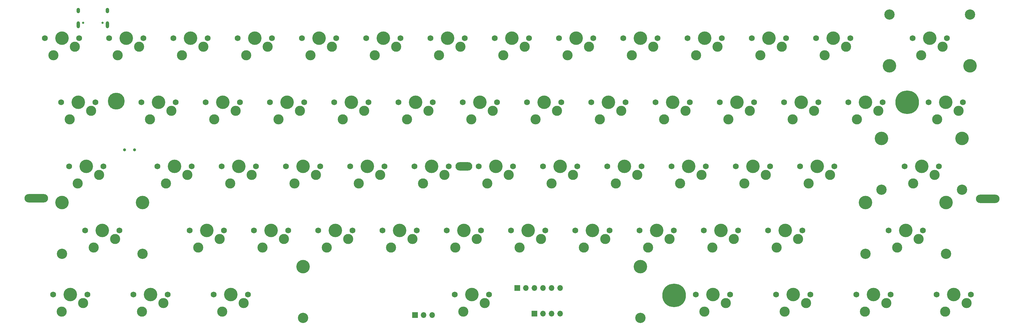
<source format=gts>
%TF.GenerationSoftware,KiCad,Pcbnew,(6.0.7)*%
%TF.CreationDate,2022-09-11T22:15:23-05:00*%
%TF.ProjectId,PyKey60,50794b65-7936-4302-9e6b-696361645f70,1.1*%
%TF.SameCoordinates,Original*%
%TF.FileFunction,Soldermask,Top*%
%TF.FilePolarity,Negative*%
%FSLAX46Y46*%
G04 Gerber Fmt 4.6, Leading zero omitted, Abs format (unit mm)*
G04 Created by KiCad (PCBNEW (6.0.7)) date 2022-09-11 22:15:23*
%MOMM*%
%LPD*%
G01*
G04 APERTURE LIST*
%ADD10C,4.000000*%
%ADD11C,1.750000*%
%ADD12C,3.000000*%
%ADD13C,3.050000*%
%ADD14C,7.000240*%
%ADD15O,7.000240X2.499360*%
%ADD16O,5.000000X2.500000*%
%ADD17C,5.001260*%
%ADD18C,0.650000*%
%ADD19O,1.000000X1.600000*%
%ADD20O,1.000000X2.100000*%
%ADD21C,0.900000*%
%ADD22R,1.700000X1.700000*%
%ADD23O,1.700000X1.700000*%
G04 APERTURE END LIST*
D10*
%TO.C,U1*%
X71437500Y-73820000D03*
D11*
X66357500Y-73820000D03*
D12*
X68897500Y-78900000D03*
X75247500Y-76360000D03*
D11*
X76517500Y-73820000D03*
%TD*%
D12*
%TO.C,U2*%
X87947500Y-78900000D03*
D11*
X85407500Y-73820000D03*
D10*
X90487500Y-73820000D03*
D12*
X94297500Y-76360000D03*
D11*
X95567500Y-73820000D03*
%TD*%
%TO.C,U3*%
X114618000Y-73820000D03*
D12*
X113348000Y-76360000D03*
X106998000Y-78900000D03*
D11*
X104458000Y-73820000D03*
D10*
X109538000Y-73820000D03*
%TD*%
D11*
%TO.C,U4*%
X133668000Y-73820000D03*
D12*
X126048000Y-78900000D03*
D10*
X128588000Y-73820000D03*
D12*
X132398000Y-76360000D03*
D11*
X123508000Y-73820000D03*
%TD*%
D10*
%TO.C,U5*%
X147638000Y-73820000D03*
D12*
X151448000Y-76360000D03*
D11*
X142558000Y-73820000D03*
X152718000Y-73820000D03*
D12*
X145098000Y-78900000D03*
%TD*%
D11*
%TO.C,U6*%
X161608000Y-73820000D03*
D12*
X170498000Y-76360000D03*
D11*
X171768000Y-73820000D03*
D12*
X164148000Y-78900000D03*
D10*
X166688000Y-73820000D03*
%TD*%
D12*
%TO.C,U7*%
X189548000Y-76360000D03*
D10*
X185738000Y-73820000D03*
D11*
X190818000Y-73820000D03*
X180658000Y-73820000D03*
D12*
X183198000Y-78900000D03*
%TD*%
D11*
%TO.C,U8*%
X199708000Y-73820000D03*
D12*
X208598000Y-76360000D03*
D11*
X209868000Y-73820000D03*
D12*
X202248000Y-78900000D03*
D10*
X204788000Y-73820000D03*
%TD*%
%TO.C,U9*%
X223838000Y-73820000D03*
D11*
X228918000Y-73820000D03*
D12*
X227648000Y-76360000D03*
X221298000Y-78900000D03*
D11*
X218758000Y-73820000D03*
%TD*%
D12*
%TO.C,U10*%
X240348000Y-78900000D03*
X246698000Y-76360000D03*
D11*
X247968000Y-73820000D03*
D10*
X242888000Y-73820000D03*
D11*
X237808000Y-73820000D03*
%TD*%
%TO.C,U11*%
X256858000Y-73820000D03*
D12*
X259398000Y-78900000D03*
D11*
X267018000Y-73820000D03*
D10*
X261938000Y-73820000D03*
D12*
X265748000Y-76360000D03*
%TD*%
D11*
%TO.C,U12*%
X275908000Y-73820000D03*
D12*
X278448000Y-78900000D03*
D11*
X286068000Y-73820000D03*
D10*
X280988000Y-73820000D03*
D12*
X284798000Y-76360000D03*
%TD*%
D11*
%TO.C,U13*%
X294958000Y-73820000D03*
X305118000Y-73820000D03*
D10*
X300038000Y-73820000D03*
D12*
X303848000Y-76360000D03*
X297498000Y-78900000D03*
%TD*%
D13*
%TO.C,U14*%
X340551000Y-66820000D03*
D10*
X328613000Y-73820000D03*
X340551000Y-82060000D03*
D11*
X323533000Y-73820000D03*
D12*
X332423000Y-76360000D03*
D13*
X316675000Y-66820000D03*
D12*
X326073000Y-78900000D03*
D10*
X316675000Y-82060000D03*
D11*
X333693000Y-73820000D03*
%TD*%
D12*
%TO.C,U15*%
X73660000Y-97950000D03*
X80010000Y-95410000D03*
D10*
X76200000Y-92870000D03*
D11*
X81280000Y-92870000D03*
X71120000Y-92870000D03*
%TD*%
%TO.C,U16*%
X105092000Y-92870000D03*
D12*
X103822000Y-95410000D03*
D11*
X94932000Y-92870000D03*
D10*
X100012000Y-92870000D03*
D12*
X97472000Y-97950000D03*
%TD*%
D11*
%TO.C,U17*%
X113982000Y-92870000D03*
D12*
X122872000Y-95410000D03*
D11*
X124142000Y-92870000D03*
D12*
X116522000Y-97950000D03*
D10*
X119062000Y-92870000D03*
%TD*%
%TO.C,U18*%
X138112000Y-92870000D03*
D11*
X143192000Y-92870000D03*
D12*
X141922000Y-95410000D03*
D11*
X133032000Y-92870000D03*
D12*
X135572000Y-97950000D03*
%TD*%
D11*
%TO.C,U19*%
X162242000Y-92870000D03*
D12*
X154622000Y-97950000D03*
X160972000Y-95410000D03*
D10*
X157162000Y-92870000D03*
D11*
X152082000Y-92870000D03*
%TD*%
D12*
%TO.C,U21*%
X199072000Y-95410000D03*
D10*
X195262000Y-92870000D03*
D11*
X200342000Y-92870000D03*
D12*
X192722000Y-97950000D03*
D11*
X190182000Y-92870000D03*
%TD*%
%TO.C,U22*%
X219392000Y-92870000D03*
D12*
X218122000Y-95410000D03*
D10*
X214312000Y-92870000D03*
D12*
X211772000Y-97950000D03*
D11*
X209232000Y-92870000D03*
%TD*%
D10*
%TO.C,U23*%
X233362000Y-92870000D03*
D11*
X228282000Y-92870000D03*
D12*
X237172000Y-95410000D03*
D11*
X238442000Y-92870000D03*
D12*
X230822000Y-97950000D03*
%TD*%
D10*
%TO.C,U25*%
X271462000Y-92870000D03*
D12*
X275272000Y-95410000D03*
X268922000Y-97950000D03*
D11*
X266382000Y-92870000D03*
X276542000Y-92870000D03*
%TD*%
D10*
%TO.C,U26*%
X290512000Y-92870000D03*
D12*
X294322000Y-95410000D03*
D11*
X295592000Y-92870000D03*
X285432000Y-92870000D03*
D12*
X287972000Y-97950000D03*
%TD*%
%TO.C,U27*%
X313372000Y-95410000D03*
D11*
X304482000Y-92870000D03*
D10*
X309562000Y-92870000D03*
D11*
X314642000Y-92870000D03*
D12*
X307022000Y-97950000D03*
%TD*%
%TO.C,U28*%
X330835000Y-97950000D03*
D11*
X328295000Y-92870000D03*
D10*
X333375000Y-92870000D03*
D12*
X337185000Y-95410000D03*
D11*
X338455000Y-92870000D03*
%TD*%
D12*
%TO.C,U29*%
X76042500Y-117000000D03*
D11*
X83662500Y-111920000D03*
X73502500Y-111920000D03*
D12*
X82392500Y-114460000D03*
D10*
X78582500Y-111920000D03*
%TD*%
%TO.C,U30*%
X104775000Y-111920000D03*
D11*
X109855000Y-111920000D03*
X99695000Y-111920000D03*
D12*
X102235000Y-117000000D03*
X108585000Y-114460000D03*
%TD*%
D11*
%TO.C,U31*%
X118745000Y-111920000D03*
D12*
X127635000Y-114460000D03*
X121285000Y-117000000D03*
D10*
X123825000Y-111920000D03*
D11*
X128905000Y-111920000D03*
%TD*%
D12*
%TO.C,U32*%
X140335000Y-117000000D03*
X146685000Y-114460000D03*
D10*
X142875000Y-111920000D03*
D11*
X147955000Y-111920000D03*
X137795000Y-111920000D03*
%TD*%
%TO.C,U33*%
X156845000Y-111920000D03*
D12*
X159385000Y-117000000D03*
D11*
X167005000Y-111920000D03*
D10*
X161925000Y-111920000D03*
D12*
X165735000Y-114460000D03*
%TD*%
D11*
%TO.C,U34*%
X175895000Y-111920000D03*
X186055000Y-111920000D03*
D12*
X184785000Y-114460000D03*
X178435000Y-117000000D03*
D10*
X180975000Y-111920000D03*
%TD*%
D12*
%TO.C,U35*%
X203835000Y-114460000D03*
D11*
X194945000Y-111920000D03*
D12*
X197485000Y-117000000D03*
D11*
X205105000Y-111920000D03*
D10*
X200025000Y-111920000D03*
%TD*%
D11*
%TO.C,U36*%
X224155000Y-111920000D03*
D12*
X216535000Y-117000000D03*
D11*
X213995000Y-111920000D03*
D10*
X219075000Y-111920000D03*
D12*
X222885000Y-114460000D03*
%TD*%
D11*
%TO.C,U37*%
X233045000Y-111920000D03*
D10*
X238125000Y-111920000D03*
D11*
X243205000Y-111920000D03*
D12*
X235585000Y-117000000D03*
X241935000Y-114460000D03*
%TD*%
%TO.C,U38*%
X254635000Y-117000000D03*
D10*
X257175000Y-111920000D03*
D11*
X262255000Y-111920000D03*
D12*
X260985000Y-114460000D03*
D11*
X252095000Y-111920000D03*
%TD*%
%TO.C,U39*%
X271145000Y-111920000D03*
X281305000Y-111920000D03*
D12*
X280035000Y-114460000D03*
D10*
X276225000Y-111920000D03*
D12*
X273685000Y-117000000D03*
%TD*%
D11*
%TO.C,U40*%
X290195000Y-111920000D03*
D12*
X299085000Y-114460000D03*
D10*
X295275000Y-111920000D03*
D11*
X300355000Y-111920000D03*
D12*
X292735000Y-117000000D03*
%TD*%
D10*
%TO.C,U41*%
X326231000Y-111920000D03*
D12*
X323691000Y-117000000D03*
D13*
X338169000Y-118920000D03*
D10*
X314293000Y-103680000D03*
D13*
X314293000Y-118920000D03*
D11*
X331311000Y-111920000D03*
X321151000Y-111920000D03*
D12*
X330041000Y-114460000D03*
D10*
X338169000Y-103680000D03*
%TD*%
D11*
%TO.C,U42*%
X78232000Y-130970000D03*
D10*
X95250000Y-122730000D03*
D12*
X80772000Y-136050000D03*
D13*
X71374000Y-137970000D03*
D11*
X88392000Y-130970000D03*
D10*
X71374000Y-122730000D03*
D13*
X95250000Y-137970000D03*
D12*
X87122000Y-133510000D03*
D10*
X83312000Y-130970000D03*
%TD*%
D12*
%TO.C,U43*%
X118110000Y-133510000D03*
X111760000Y-136050000D03*
D10*
X114300000Y-130970000D03*
D11*
X109220000Y-130970000D03*
X119380000Y-130970000D03*
%TD*%
%TO.C,U44*%
X138430000Y-130970000D03*
D10*
X133350000Y-130970000D03*
D12*
X137160000Y-133510000D03*
X130810000Y-136050000D03*
D11*
X128270000Y-130970000D03*
%TD*%
%TO.C,U45*%
X157480000Y-130970000D03*
D12*
X156210000Y-133510000D03*
D11*
X147320000Y-130970000D03*
D10*
X152400000Y-130970000D03*
D12*
X149860000Y-136050000D03*
%TD*%
D10*
%TO.C,U46*%
X171450000Y-130970000D03*
D12*
X175260000Y-133510000D03*
D11*
X166370000Y-130970000D03*
D12*
X168910000Y-136050000D03*
D11*
X176530000Y-130970000D03*
%TD*%
%TO.C,U47*%
X185420000Y-130970000D03*
X195580000Y-130970000D03*
D10*
X190500000Y-130970000D03*
D12*
X194310000Y-133510000D03*
X187960000Y-136050000D03*
%TD*%
D11*
%TO.C,U48*%
X204470000Y-130970000D03*
X214630000Y-130970000D03*
D12*
X213360000Y-133510000D03*
D10*
X209550000Y-130970000D03*
D12*
X207010000Y-136050000D03*
%TD*%
D10*
%TO.C,U49*%
X228600000Y-130970000D03*
D11*
X223520000Y-130970000D03*
X233680000Y-130970000D03*
D12*
X232410000Y-133510000D03*
X226060000Y-136050000D03*
%TD*%
%TO.C,U50*%
X245110000Y-136050000D03*
X251460000Y-133510000D03*
D11*
X252730000Y-130970000D03*
D10*
X247650000Y-130970000D03*
D11*
X242570000Y-130970000D03*
%TD*%
D12*
%TO.C,U51*%
X264160000Y-136050000D03*
D11*
X261620000Y-130970000D03*
D10*
X266700000Y-130970000D03*
D12*
X270510000Y-133510000D03*
D11*
X271780000Y-130970000D03*
%TD*%
D12*
%TO.C,U52*%
X283210000Y-136050000D03*
D11*
X280670000Y-130970000D03*
D12*
X289560000Y-133510000D03*
D11*
X290830000Y-130970000D03*
D10*
X285750000Y-130970000D03*
%TD*%
D13*
%TO.C,U53*%
X309531000Y-137970000D03*
X333407000Y-137970000D03*
D12*
X325279000Y-133510000D03*
D10*
X321469000Y-130970000D03*
D11*
X316389000Y-130970000D03*
D10*
X333407000Y-122730000D03*
D11*
X326549000Y-130970000D03*
D12*
X318929000Y-136050000D03*
D10*
X309531000Y-122730000D03*
%TD*%
%TO.C,U54*%
X73818800Y-150020000D03*
D11*
X78898800Y-150020000D03*
D12*
X71278800Y-155100000D03*
D11*
X68738800Y-150020000D03*
D12*
X77628800Y-152560000D03*
%TD*%
D10*
%TO.C,U55*%
X97631200Y-150020000D03*
D11*
X102711200Y-150020000D03*
X92551200Y-150020000D03*
D12*
X95091200Y-155100000D03*
X101441200Y-152560000D03*
%TD*%
D10*
%TO.C,U56*%
X121444000Y-150020000D03*
D12*
X125254000Y-152560000D03*
D11*
X126524000Y-150020000D03*
X116364000Y-150020000D03*
D12*
X118904000Y-155100000D03*
%TD*%
D11*
%TO.C,U57*%
X197961000Y-150020000D03*
X187801000Y-150020000D03*
D13*
X142881000Y-157020000D03*
D12*
X190341000Y-155100000D03*
D10*
X242881000Y-141780000D03*
X142881000Y-141780000D03*
D12*
X196691000Y-152560000D03*
D13*
X242881000Y-157020000D03*
D10*
X192881000Y-150020000D03*
%TD*%
D11*
%TO.C,U58*%
X259239000Y-150020000D03*
D12*
X261779000Y-155100000D03*
D11*
X269399000Y-150020000D03*
D12*
X268129000Y-152560000D03*
D10*
X264319000Y-150020000D03*
%TD*%
D12*
%TO.C,U59*%
X291941000Y-152560000D03*
X285591000Y-155100000D03*
D11*
X293211000Y-150020000D03*
D10*
X288131000Y-150020000D03*
D11*
X283051000Y-150020000D03*
%TD*%
%TO.C,U60*%
X317011000Y-150020000D03*
D12*
X309391000Y-155100000D03*
X315741000Y-152560000D03*
D10*
X311931000Y-150020000D03*
D11*
X306851000Y-150020000D03*
%TD*%
D12*
%TO.C,U61*%
X339554000Y-152560000D03*
D10*
X335744000Y-150020000D03*
D11*
X340824000Y-150020000D03*
X330664000Y-150020000D03*
D12*
X333204000Y-155100000D03*
%TD*%
D10*
%TO.C,U20*%
X176212000Y-92870000D03*
D12*
X180022000Y-95410000D03*
D11*
X181292000Y-92870000D03*
X171132000Y-92870000D03*
D12*
X173672000Y-97950000D03*
%TD*%
%TO.C,U24*%
X249872000Y-97950000D03*
D11*
X257492000Y-92870000D03*
X247332000Y-92870000D03*
D12*
X256222000Y-95410000D03*
D10*
X252412000Y-92870000D03*
%TD*%
D14*
%TO.C,H2*%
X321945000Y-92870000D03*
%TD*%
D15*
%TO.C,H3*%
X63754000Y-121445000D03*
%TD*%
D14*
%TO.C,H4*%
X252825000Y-150274000D03*
%TD*%
D15*
%TO.C,H5*%
X345821000Y-121572000D03*
%TD*%
D16*
%TO.C,H6*%
X190504000Y-111920000D03*
%TD*%
D17*
%TO.C,H1*%
X87489300Y-92520800D03*
%TD*%
D18*
%TO.C,J1*%
X83408000Y-69308000D03*
X77628000Y-69308000D03*
D19*
X76198000Y-65658000D03*
D20*
X76198000Y-69838000D03*
X84838000Y-69838000D03*
D19*
X84838000Y-65658000D03*
%TD*%
D21*
%TO.C,SW2*%
X92940000Y-107043000D03*
X89940000Y-107043000D03*
%TD*%
D22*
%TO.C,J2*%
X176022000Y-156116000D03*
D23*
X178562000Y-156116000D03*
X181102000Y-156116000D03*
%TD*%
D22*
%TO.C,J3*%
X211455000Y-155735000D03*
D23*
X213995000Y-155735000D03*
X216535000Y-155735000D03*
X219075000Y-155735000D03*
%TD*%
D22*
%TO.C,J4*%
X206375000Y-148115000D03*
D23*
X208915000Y-148115000D03*
X211455000Y-148115000D03*
X213995000Y-148115000D03*
X216535000Y-148115000D03*
X219075000Y-148115000D03*
%TD*%
M02*

</source>
